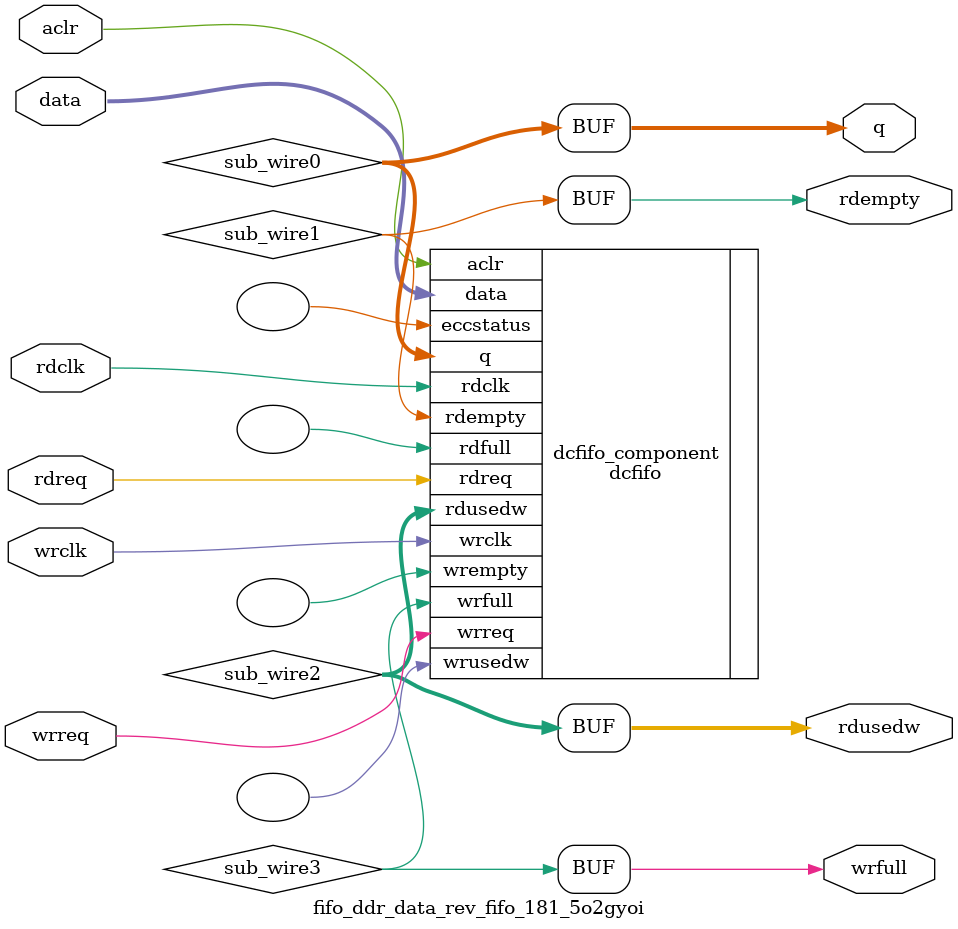
<source format=v>



`timescale 1 ps / 1 ps
// synopsys translate_on
module  fifo_ddr_data_rev_fifo_181_5o2gyoi  (
    aclr,
    data,
    rdclk,
    rdreq,
    wrclk,
    wrreq,
    q,
    rdempty,
    rdusedw,
    wrfull);

    input    aclr;
    input  [511:0]  data;
    input    rdclk;
    input    rdreq;
    input    wrclk;
    input    wrreq;
    output [511:0]  q;
    output   rdempty;
    output [9:0]  rdusedw;
    output   wrfull;
`ifndef ALTERA_RESERVED_QIS
// synopsys translate_off
`endif
    tri0     aclr;
`ifndef ALTERA_RESERVED_QIS
// synopsys translate_on
`endif

    wire [511:0] sub_wire0;
    wire  sub_wire1;
    wire [9:0] sub_wire2;
    wire  sub_wire3;
    wire [511:0] q = sub_wire0[511:0];
    wire  rdempty = sub_wire1;
    wire [9:0] rdusedw = sub_wire2[9:0];
    wire  wrfull = sub_wire3;

    dcfifo  dcfifo_component (
                .aclr (aclr),
                .data (data),
                .rdclk (rdclk),
                .rdreq (rdreq),
                .wrclk (wrclk),
                .wrreq (wrreq),
                .q (sub_wire0),
                .rdempty (sub_wire1),
                .rdusedw (sub_wire2),
                .wrfull (sub_wire3),
                .eccstatus (),
                .rdfull (),
                .wrempty (),
                .wrusedw ());
    defparam
        dcfifo_component.enable_ecc  = "FALSE",
        dcfifo_component.intended_device_family  = "Arria 10",
        dcfifo_component.lpm_hint  = "DISABLE_DCFIFO_EMBEDDED_TIMING_CONSTRAINT=TRUE",
        dcfifo_component.lpm_numwords  = 1024,
        dcfifo_component.lpm_showahead  = "ON",
        dcfifo_component.lpm_type  = "dcfifo",
        dcfifo_component.lpm_width  = 512,
        dcfifo_component.lpm_widthu  = 10,
        dcfifo_component.overflow_checking  = "ON",
        dcfifo_component.rdsync_delaypipe  = 6,
        dcfifo_component.read_aclr_synch  = "OFF",
        dcfifo_component.underflow_checking  = "ON",
        dcfifo_component.use_eab  = "ON",
        dcfifo_component.write_aclr_synch  = "OFF",
        dcfifo_component.wrsync_delaypipe  = 6;


endmodule



</source>
